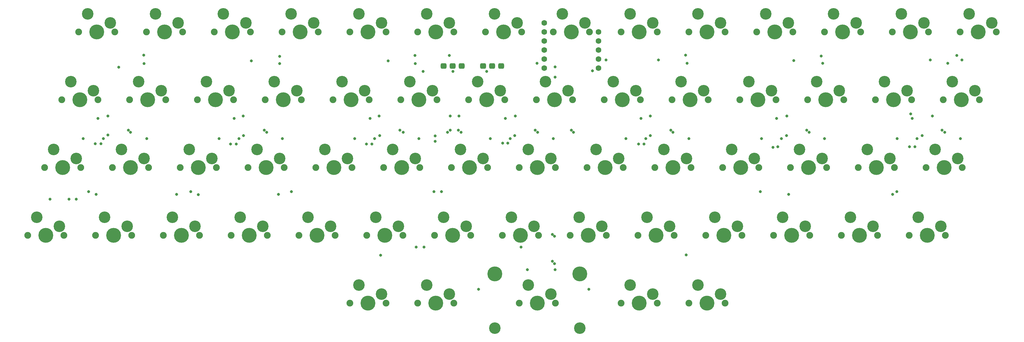
<source format=gbr>
%TF.GenerationSoftware,KiCad,Pcbnew,(6.0.6-0)*%
%TF.CreationDate,2022-08-16T09:08:47-07:00*%
%TF.ProjectId,purple-owl,70757270-6c65-42d6-9f77-6c2e6b696361,1.0*%
%TF.SameCoordinates,Original*%
%TF.FileFunction,Soldermask,Bot*%
%TF.FilePolarity,Negative*%
%FSLAX46Y46*%
G04 Gerber Fmt 4.6, Leading zero omitted, Abs format (unit mm)*
G04 Created by KiCad (PCBNEW (6.0.6-0)) date 2022-08-16 09:08:47*
%MOMM*%
%LPD*%
G01*
G04 APERTURE LIST*
G04 Aperture macros list*
%AMRoundRect*
0 Rectangle with rounded corners*
0 $1 Rounding radius*
0 $2 $3 $4 $5 $6 $7 $8 $9 X,Y pos of 4 corners*
0 Add a 4 corners polygon primitive as box body*
4,1,4,$2,$3,$4,$5,$6,$7,$8,$9,$2,$3,0*
0 Add four circle primitives for the rounded corners*
1,1,$1+$1,$2,$3*
1,1,$1+$1,$4,$5*
1,1,$1+$1,$6,$7*
1,1,$1+$1,$8,$9*
0 Add four rect primitives between the rounded corners*
20,1,$1+$1,$2,$3,$4,$5,0*
20,1,$1+$1,$4,$5,$6,$7,0*
20,1,$1+$1,$6,$7,$8,$9,0*
20,1,$1+$1,$8,$9,$2,$3,0*%
G04 Aperture macros list end*
%ADD10C,1.600000*%
%ADD11C,3.248000*%
%ADD12C,1.901800*%
%ADD13C,4.187800*%
%ADD14RoundRect,0.450000X0.400000X-0.350000X0.400000X0.350000X-0.400000X0.350000X-0.400000X-0.350000X0*%
%ADD15C,0.800000*%
G04 APERTURE END LIST*
D10*
%TO.C,U9*%
X211455000Y-92670546D03*
X211455000Y-95210546D03*
X211455000Y-97750546D03*
X211455000Y-100290546D03*
X211455000Y-102830546D03*
X211455000Y-105370546D03*
X226695000Y-105370546D03*
X226695000Y-102830546D03*
X226695000Y-100290546D03*
X226695000Y-97750546D03*
X226695000Y-95210546D03*
%TD*%
D11*
%TO.C,SW36*%
X170497500Y-149860000D03*
D12*
X161607500Y-152400000D03*
D11*
X164147500Y-147320000D03*
D12*
X171767500Y-152400000D03*
D13*
X166687500Y-152400000D03*
%TD*%
D12*
%TO.C,SW32*%
X190817500Y-152400000D03*
D11*
X189547500Y-149860000D03*
X183197500Y-147320000D03*
D12*
X180657500Y-152400000D03*
D13*
X185737500Y-152400000D03*
%TD*%
D14*
%TO.C,JP1*%
X183197500Y-104775000D03*
X185737500Y-104775000D03*
X188277500Y-104775000D03*
%TD*%
D12*
%TO.C,SW29*%
X205105000Y-95250000D03*
D11*
X197485000Y-90170000D03*
D13*
X200025000Y-95250000D03*
D11*
X203835000Y-92710000D03*
D12*
X194945000Y-95250000D03*
%TD*%
%TO.C,SW48*%
X104457500Y-152400000D03*
D13*
X109537500Y-152400000D03*
D12*
X114617500Y-152400000D03*
D11*
X106997500Y-147320000D03*
X113347500Y-149860000D03*
%TD*%
%TO.C,SW4*%
X316547500Y-147320000D03*
D12*
X324167500Y-152400000D03*
D13*
X319087500Y-152400000D03*
D12*
X314007500Y-152400000D03*
D11*
X322897500Y-149860000D03*
%TD*%
D13*
%TO.C,SW6*%
X309562500Y-114300000D03*
D11*
X307022500Y-109220000D03*
D12*
X314642500Y-114300000D03*
X304482500Y-114300000D03*
D11*
X313372500Y-111760000D03*
%TD*%
%TO.C,SW37*%
X159385000Y-90170000D03*
D12*
X156845000Y-95250000D03*
D11*
X165735000Y-92710000D03*
D13*
X161925000Y-95250000D03*
D12*
X167005000Y-95250000D03*
%TD*%
D11*
%TO.C,SW45*%
X121285000Y-90170000D03*
D12*
X118745000Y-95250000D03*
D13*
X123825000Y-95250000D03*
D12*
X128905000Y-95250000D03*
D11*
X127635000Y-92710000D03*
%TD*%
%TO.C,SW50*%
X97472500Y-109220000D03*
D13*
X100012500Y-114300000D03*
D12*
X94932500Y-114300000D03*
D11*
X103822500Y-111760000D03*
D12*
X105092500Y-114300000D03*
%TD*%
%TO.C,SW30*%
X190182500Y-114300000D03*
D11*
X192722500Y-109220000D03*
X199072500Y-111760000D03*
D12*
X200342500Y-114300000D03*
D13*
X195262500Y-114300000D03*
%TD*%
D11*
%TO.C,SW9*%
X299085000Y-92710000D03*
X292735000Y-90170000D03*
D12*
X290195000Y-95250000D03*
D13*
X295275000Y-95250000D03*
D12*
X300355000Y-95250000D03*
%TD*%
%TO.C,SW61*%
X167005000Y-171450000D03*
D13*
X161925000Y-171450000D03*
D11*
X159385000Y-166370000D03*
D12*
X156845000Y-171450000D03*
D11*
X165735000Y-168910000D03*
%TD*%
D12*
%TO.C,SW52*%
X95567500Y-152400000D03*
D11*
X94297500Y-149860000D03*
D13*
X90487500Y-152400000D03*
D11*
X87947500Y-147320000D03*
D12*
X85407500Y-152400000D03*
%TD*%
D11*
%TO.C,SW55*%
X73660000Y-128270000D03*
D12*
X71120000Y-133350000D03*
D11*
X80010000Y-130810000D03*
D13*
X76200000Y-133350000D03*
D12*
X81280000Y-133350000D03*
%TD*%
%TO.C,SW16*%
X256857500Y-152400000D03*
X267017500Y-152400000D03*
D13*
X261937500Y-152400000D03*
D11*
X259397500Y-147320000D03*
X265747500Y-149860000D03*
%TD*%
D13*
%TO.C,SW47*%
X114300000Y-133350000D03*
D12*
X109220000Y-133350000D03*
D11*
X118110000Y-130810000D03*
D12*
X119380000Y-133350000D03*
D11*
X111760000Y-128270000D03*
%TD*%
%TO.C,SW56*%
X75247500Y-149860000D03*
D13*
X71437500Y-152400000D03*
D11*
X68897500Y-147320000D03*
D12*
X66357500Y-152400000D03*
X76517500Y-152400000D03*
%TD*%
D13*
%TO.C,SW46*%
X119062500Y-114300000D03*
D12*
X113982500Y-114300000D03*
X124142500Y-114300000D03*
D11*
X116522500Y-109220000D03*
X122872500Y-111760000D03*
%TD*%
D12*
%TO.C,SW18*%
X257492500Y-114300000D03*
D11*
X249872500Y-109220000D03*
D13*
X252412500Y-114300000D03*
D12*
X247332500Y-114300000D03*
D11*
X256222500Y-111760000D03*
%TD*%
D12*
%TO.C,SW3*%
X318770000Y-133350000D03*
D11*
X327660000Y-130810000D03*
D12*
X328930000Y-133350000D03*
D11*
X321310000Y-128270000D03*
D13*
X323850000Y-133350000D03*
%TD*%
%TO.C,SW58*%
X238125000Y-171450000D03*
D11*
X241935000Y-168910000D03*
X235585000Y-166370000D03*
D12*
X243205000Y-171450000D03*
X233045000Y-171450000D03*
%TD*%
%TO.C,SW42*%
X143192500Y-114300000D03*
D11*
X141922500Y-111760000D03*
D12*
X133032500Y-114300000D03*
D11*
X135572500Y-109220000D03*
D13*
X138112500Y-114300000D03*
%TD*%
D11*
%TO.C,SW13*%
X280035000Y-92710000D03*
D12*
X271145000Y-95250000D03*
D13*
X276225000Y-95250000D03*
D11*
X273685000Y-90170000D03*
D12*
X281305000Y-95250000D03*
%TD*%
D11*
%TO.C,SW59*%
X207010000Y-166370000D03*
D13*
X209550000Y-171450000D03*
X221488000Y-163195000D03*
D12*
X214630000Y-171450000D03*
X204470000Y-171450000D03*
D11*
X213360000Y-168910000D03*
X197612000Y-178435000D03*
X221488000Y-178435000D03*
D13*
X197612000Y-163195000D03*
%TD*%
D12*
%TO.C,SW24*%
X228917500Y-152400000D03*
X218757500Y-152400000D03*
D11*
X227647500Y-149860000D03*
D13*
X223837500Y-152400000D03*
D11*
X221297500Y-147320000D03*
%TD*%
D12*
%TO.C,SW21*%
X233045000Y-95250000D03*
D11*
X241935000Y-92710000D03*
X235585000Y-90170000D03*
D12*
X243205000Y-95250000D03*
D13*
X238125000Y-95250000D03*
%TD*%
D12*
%TO.C,SW38*%
X152082500Y-114300000D03*
D13*
X157162500Y-114300000D03*
D11*
X160972500Y-111760000D03*
X154622500Y-109220000D03*
D12*
X162242500Y-114300000D03*
%TD*%
%TO.C,SW8*%
X294957500Y-152400000D03*
D11*
X303847500Y-149860000D03*
X297497500Y-147320000D03*
D13*
X300037500Y-152400000D03*
D12*
X305117500Y-152400000D03*
%TD*%
D13*
%TO.C,SW33*%
X180975000Y-95250000D03*
D12*
X175895000Y-95250000D03*
D11*
X184785000Y-92710000D03*
X178435000Y-90170000D03*
D12*
X186055000Y-95250000D03*
%TD*%
D13*
%TO.C,SW1*%
X333375000Y-95250000D03*
D11*
X337185000Y-92710000D03*
D12*
X328295000Y-95250000D03*
D11*
X330835000Y-90170000D03*
D12*
X338455000Y-95250000D03*
%TD*%
%TO.C,SW57*%
X252095000Y-171450000D03*
D11*
X260985000Y-168910000D03*
X254635000Y-166370000D03*
D13*
X257175000Y-171450000D03*
D12*
X262255000Y-171450000D03*
%TD*%
D13*
%TO.C,SW40*%
X147637500Y-152400000D03*
D12*
X142557500Y-152400000D03*
D11*
X151447500Y-149860000D03*
X145097500Y-147320000D03*
D12*
X152717500Y-152400000D03*
%TD*%
%TO.C,SW28*%
X209867500Y-152400000D03*
X199707500Y-152400000D03*
D11*
X202247500Y-147320000D03*
D13*
X204787500Y-152400000D03*
D11*
X208597500Y-149860000D03*
%TD*%
D12*
%TO.C,SW54*%
X75882500Y-114300000D03*
X86042500Y-114300000D03*
D11*
X78422500Y-109220000D03*
X84772500Y-111760000D03*
D13*
X80962500Y-114300000D03*
%TD*%
D11*
%TO.C,SW12*%
X284797500Y-149860000D03*
D12*
X275907500Y-152400000D03*
D11*
X278447500Y-147320000D03*
D13*
X280987500Y-152400000D03*
D12*
X286067500Y-152400000D03*
%TD*%
%TO.C,SW7*%
X309880000Y-133350000D03*
X299720000Y-133350000D03*
D11*
X308610000Y-130810000D03*
D13*
X304800000Y-133350000D03*
D11*
X302260000Y-128270000D03*
%TD*%
D14*
%TO.C,JP2*%
X194310000Y-104775000D03*
X196850000Y-104775000D03*
X199390000Y-104775000D03*
%TD*%
D13*
%TO.C,SW10*%
X290512500Y-114300000D03*
D12*
X285432500Y-114300000D03*
D11*
X287972500Y-109220000D03*
X294322500Y-111760000D03*
D12*
X295592500Y-114300000D03*
%TD*%
%TO.C,SW49*%
X109855000Y-95250000D03*
D11*
X102235000Y-90170000D03*
D12*
X99695000Y-95250000D03*
D11*
X108585000Y-92710000D03*
D13*
X104775000Y-95250000D03*
%TD*%
D11*
%TO.C,SW39*%
X156210000Y-130810000D03*
X149860000Y-128270000D03*
D13*
X152400000Y-133350000D03*
D12*
X147320000Y-133350000D03*
X157480000Y-133350000D03*
%TD*%
D11*
%TO.C,SW51*%
X92710000Y-128270000D03*
D12*
X90170000Y-133350000D03*
D11*
X99060000Y-130810000D03*
D12*
X100330000Y-133350000D03*
D13*
X95250000Y-133350000D03*
%TD*%
D12*
%TO.C,SW15*%
X271780000Y-133350000D03*
D11*
X270510000Y-130810000D03*
D13*
X266700000Y-133350000D03*
D12*
X261620000Y-133350000D03*
D11*
X264160000Y-128270000D03*
%TD*%
%TO.C,SW34*%
X180022500Y-111760000D03*
D12*
X181292500Y-114300000D03*
D13*
X176212500Y-114300000D03*
D11*
X173672500Y-109220000D03*
D12*
X171132500Y-114300000D03*
%TD*%
D11*
%TO.C,SW22*%
X230822500Y-109220000D03*
D13*
X233362500Y-114300000D03*
D12*
X238442500Y-114300000D03*
X228282500Y-114300000D03*
D11*
X237172500Y-111760000D03*
%TD*%
%TO.C,SW20*%
X240347500Y-147320000D03*
X246697500Y-149860000D03*
D12*
X237807500Y-152400000D03*
D13*
X242887500Y-152400000D03*
D12*
X247967500Y-152400000D03*
%TD*%
%TO.C,SW17*%
X252095000Y-95250000D03*
D11*
X254635000Y-90170000D03*
D12*
X262255000Y-95250000D03*
D11*
X260985000Y-92710000D03*
D13*
X257175000Y-95250000D03*
%TD*%
D12*
%TO.C,SW5*%
X309245000Y-95250000D03*
D11*
X318135000Y-92710000D03*
D12*
X319405000Y-95250000D03*
D11*
X311785000Y-90170000D03*
D13*
X314325000Y-95250000D03*
%TD*%
D12*
%TO.C,SW11*%
X280670000Y-133350000D03*
X290830000Y-133350000D03*
D11*
X289560000Y-130810000D03*
X283210000Y-128270000D03*
D13*
X285750000Y-133350000D03*
%TD*%
D12*
%TO.C,SW23*%
X233680000Y-133350000D03*
D13*
X228600000Y-133350000D03*
D11*
X232410000Y-130810000D03*
X226060000Y-128270000D03*
D12*
X223520000Y-133350000D03*
%TD*%
%TO.C,SW41*%
X147955000Y-95250000D03*
D11*
X140335000Y-90170000D03*
D12*
X137795000Y-95250000D03*
D11*
X146685000Y-92710000D03*
D13*
X142875000Y-95250000D03*
%TD*%
D12*
%TO.C,SW35*%
X166370000Y-133350000D03*
X176530000Y-133350000D03*
D11*
X175260000Y-130810000D03*
X168910000Y-128270000D03*
D13*
X171450000Y-133350000D03*
%TD*%
D11*
%TO.C,SW43*%
X137160000Y-130810000D03*
X130810000Y-128270000D03*
D13*
X133350000Y-133350000D03*
D12*
X128270000Y-133350000D03*
X138430000Y-133350000D03*
%TD*%
D13*
%TO.C,SW60*%
X180975000Y-171450000D03*
D12*
X186055000Y-171450000D03*
D11*
X178435000Y-166370000D03*
D12*
X175895000Y-171450000D03*
D11*
X184785000Y-168910000D03*
%TD*%
%TO.C,SW2*%
X326072500Y-109220000D03*
X332422500Y-111760000D03*
D13*
X328612500Y-114300000D03*
D12*
X333692500Y-114300000D03*
X323532500Y-114300000D03*
%TD*%
D11*
%TO.C,SW26*%
X218122500Y-111760000D03*
X211772500Y-109220000D03*
D12*
X209232500Y-114300000D03*
D13*
X214312500Y-114300000D03*
D12*
X219392500Y-114300000D03*
%TD*%
D11*
%TO.C,SW14*%
X268922500Y-109220000D03*
D12*
X276542500Y-114300000D03*
X266382500Y-114300000D03*
D11*
X275272500Y-111760000D03*
D13*
X271462500Y-114300000D03*
%TD*%
%TO.C,SW44*%
X128587500Y-152400000D03*
D11*
X132397500Y-149860000D03*
X126047500Y-147320000D03*
D12*
X123507500Y-152400000D03*
X133667500Y-152400000D03*
%TD*%
%TO.C,SW27*%
X214630000Y-133350000D03*
X204470000Y-133350000D03*
D11*
X213360000Y-130810000D03*
D13*
X209550000Y-133350000D03*
D11*
X207010000Y-128270000D03*
%TD*%
%TO.C,SW31*%
X187960000Y-128270000D03*
D12*
X195580000Y-133350000D03*
D13*
X190500000Y-133350000D03*
D12*
X185420000Y-133350000D03*
D11*
X194310000Y-130810000D03*
%TD*%
%TO.C,SW19*%
X245110000Y-128270000D03*
D12*
X252730000Y-133350000D03*
X242570000Y-133350000D03*
D13*
X247650000Y-133350000D03*
D11*
X251460000Y-130810000D03*
%TD*%
D12*
%TO.C,SW25*%
X213995000Y-95250000D03*
D11*
X222885000Y-92710000D03*
X216535000Y-90170000D03*
D12*
X224155000Y-95250000D03*
D13*
X219075000Y-95250000D03*
%TD*%
D11*
%TO.C,SW53*%
X89535000Y-92710000D03*
X83185000Y-90170000D03*
D13*
X85725000Y-95250000D03*
D12*
X80645000Y-95250000D03*
X90805000Y-95250000D03*
%TD*%
D15*
X83439000Y-140081000D03*
X112141000Y-140081000D03*
X289687000Y-104013000D03*
X209423000Y-104013000D03*
X185801000Y-106299000D03*
X310515000Y-140081000D03*
X224022401Y-167513000D03*
X193040000Y-167513000D03*
X177419000Y-106299000D03*
X99060000Y-104140000D03*
X324866000Y-104013000D03*
X180848000Y-124460000D03*
X251587000Y-104013000D03*
X251333000Y-157861000D03*
X182626000Y-140081000D03*
X272161000Y-140081000D03*
X180848000Y-125984000D03*
X195326000Y-106299000D03*
X137160000Y-104140000D03*
X180467000Y-140081000D03*
X175260000Y-104140000D03*
X165481000Y-157988000D03*
X140462000Y-140081000D03*
X251206000Y-101727000D03*
X281559000Y-103251000D03*
X320548000Y-118872000D03*
X127000000Y-124333000D03*
X317627000Y-124333000D03*
X279527000Y-124333000D03*
X241300000Y-124333000D03*
X88900000Y-124206000D03*
X165227000Y-124333000D03*
X203200000Y-124333000D03*
X243586000Y-103124000D03*
X228854000Y-103124000D03*
X289306000Y-101981000D03*
X319913000Y-103124000D03*
X328803000Y-103124000D03*
X327406000Y-101854000D03*
X309372000Y-140843000D03*
X280162000Y-140843000D03*
X136779000Y-140843000D03*
X114300000Y-140970000D03*
X85598000Y-140843000D03*
X108204000Y-140843000D03*
X91948000Y-105156000D03*
X77978000Y-142240000D03*
X72599174Y-142191550D03*
X80010000Y-142240000D03*
X129159000Y-103378000D03*
X98933000Y-101727000D03*
X137160000Y-102108000D03*
X167640000Y-103378000D03*
X184785000Y-101854000D03*
X175133000Y-101854000D03*
X120142000Y-125222000D03*
X272542000Y-125222000D03*
X163830000Y-125222000D03*
X316230000Y-125222000D03*
X196342000Y-125222000D03*
X310642000Y-125222000D03*
X290195000Y-125222000D03*
X158242000Y-125222000D03*
X81915000Y-125222000D03*
X176276000Y-125222000D03*
X125730000Y-125222000D03*
X234442000Y-125222000D03*
X99822000Y-125222000D03*
X87630000Y-125222000D03*
X206756000Y-162052000D03*
X252095000Y-125222000D03*
X201930000Y-125222000D03*
X214503000Y-162052000D03*
X278130000Y-125222000D03*
X328422000Y-125222000D03*
X213995000Y-125222000D03*
X137922000Y-125222000D03*
X240030000Y-125222000D03*
X314071000Y-127508000D03*
X315595000Y-127508000D03*
X199771000Y-126492000D03*
X201189458Y-126464221D03*
X285877000Y-123444000D03*
X133477000Y-123444000D03*
X171831000Y-123444000D03*
X219710000Y-123444000D03*
X184277000Y-123444000D03*
X188087000Y-123444000D03*
X214376000Y-152654000D03*
X209595992Y-123441782D03*
X323977000Y-123444000D03*
X95250000Y-123444000D03*
X214313704Y-160318935D03*
X247650000Y-123444000D03*
X285242000Y-122809000D03*
X213741000Y-152146000D03*
X247015000Y-122809000D03*
X208915000Y-122809000D03*
X185039000Y-122809000D03*
X170942000Y-122809000D03*
X323215000Y-122809000D03*
X219075000Y-122809000D03*
X94615000Y-122809000D03*
X187325000Y-122809000D03*
X213741000Y-159639000D03*
X132842000Y-122809000D03*
X314452000Y-118237000D03*
X225044000Y-106172000D03*
X279654000Y-118872000D03*
X314833000Y-119507000D03*
X241300000Y-118872000D03*
X276733000Y-119507000D03*
X238633000Y-119507000D03*
X203327000Y-118872000D03*
X185039000Y-118872000D03*
X187498000Y-118872000D03*
X200533000Y-119507000D03*
X165100000Y-118872000D03*
X162560000Y-119507000D03*
X126873000Y-118872000D03*
X88900000Y-118872000D03*
X124333000Y-119507000D03*
X177673000Y-155702000D03*
X86106000Y-119507000D03*
X175514000Y-155702000D03*
X204978000Y-155702000D03*
X275717000Y-127635000D03*
X277114000Y-127508000D03*
X239478497Y-126749449D03*
X237998000Y-126746000D03*
X214503000Y-105029000D03*
X214503000Y-107950000D03*
X163012348Y-126741857D03*
X161544000Y-126746000D03*
X124907986Y-126739324D03*
X123317000Y-126746000D03*
X85344000Y-126619000D03*
X86949010Y-126620829D03*
M02*

</source>
